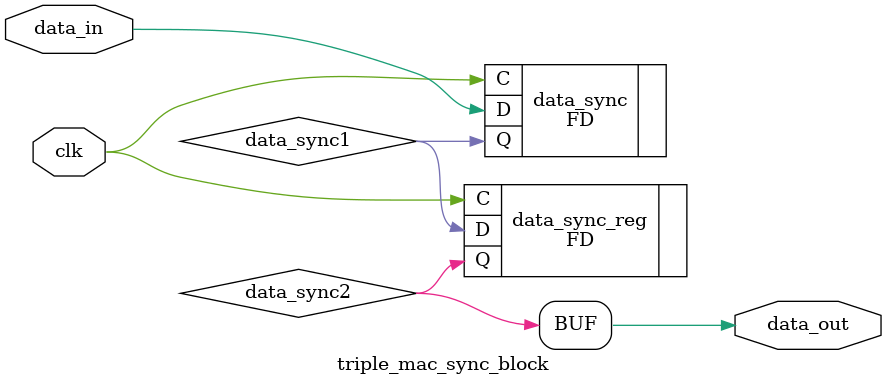
<source format=v>

`timescale 1ps / 1ps

module triple_mac_sync_block #(
  parameter INITIALISE = 2'b00
)
(
  input        clk,              // clock to be sync'ed to
  input        data_in,          // Data to be 'synced'
  output       data_out          // synced data
);

  // Internal Signals
  wire data_sync1;
  wire data_sync2;


  (* ASYNC_REG = "TRUE", RLOC = "X0Y0",  SHREG_EXTRACT = "NO" *)
  FD #(
    .INIT (INITIALISE[0])
  ) data_sync (
    .C  (clk),
    .D  (data_in),
    .Q  (data_sync1)
  );


  (* ASYNC_REG = "TRUE", RLOC = "X0Y0",  SHREG_EXTRACT = "NO" *)
  FD #(
   .INIT (INITIALISE[1])
  ) data_sync_reg (
  .C  (clk),
  .D  (data_sync1),
  .Q  (data_sync2)
  );


  assign data_out = data_sync2;


endmodule



</source>
